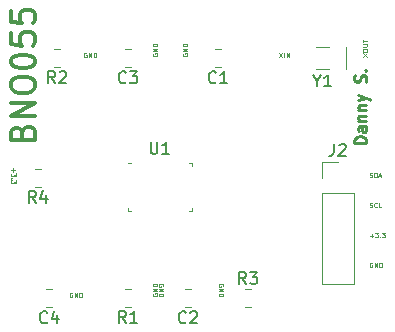
<source format=gbr>
%TF.GenerationSoftware,KiCad,Pcbnew,7.0.7*%
%TF.CreationDate,2023-10-19T21:28:01-04:00*%
%TF.ProjectId,BNO055,424e4f30-3535-42e6-9b69-6361645f7063,rev?*%
%TF.SameCoordinates,Original*%
%TF.FileFunction,Legend,Top*%
%TF.FilePolarity,Positive*%
%FSLAX46Y46*%
G04 Gerber Fmt 4.6, Leading zero omitted, Abs format (unit mm)*
G04 Created by KiCad (PCBNEW 7.0.7) date 2023-10-19 21:28:01*
%MOMM*%
%LPD*%
G01*
G04 APERTURE LIST*
%ADD10C,0.100000*%
%ADD11C,0.300000*%
%ADD12C,0.250000*%
%ADD13C,0.150000*%
%ADD14C,0.120000*%
G04 APERTURE END LIST*
D10*
X162105847Y-86237068D02*
X162505847Y-85970401D01*
X162105847Y-85970401D02*
X162505847Y-86237068D01*
X162105847Y-85741830D02*
X162105847Y-85665639D01*
X162105847Y-85665639D02*
X162124895Y-85627544D01*
X162124895Y-85627544D02*
X162162990Y-85589449D01*
X162162990Y-85589449D02*
X162239180Y-85570401D01*
X162239180Y-85570401D02*
X162372514Y-85570401D01*
X162372514Y-85570401D02*
X162448704Y-85589449D01*
X162448704Y-85589449D02*
X162486800Y-85627544D01*
X162486800Y-85627544D02*
X162505847Y-85665639D01*
X162505847Y-85665639D02*
X162505847Y-85741830D01*
X162505847Y-85741830D02*
X162486800Y-85779925D01*
X162486800Y-85779925D02*
X162448704Y-85818020D01*
X162448704Y-85818020D02*
X162372514Y-85837068D01*
X162372514Y-85837068D02*
X162239180Y-85837068D01*
X162239180Y-85837068D02*
X162162990Y-85818020D01*
X162162990Y-85818020D02*
X162124895Y-85779925D01*
X162124895Y-85779925D02*
X162105847Y-85741830D01*
X162105847Y-85398972D02*
X162429657Y-85398972D01*
X162429657Y-85398972D02*
X162467752Y-85379925D01*
X162467752Y-85379925D02*
X162486800Y-85360877D01*
X162486800Y-85360877D02*
X162505847Y-85322782D01*
X162505847Y-85322782D02*
X162505847Y-85246591D01*
X162505847Y-85246591D02*
X162486800Y-85208496D01*
X162486800Y-85208496D02*
X162467752Y-85189449D01*
X162467752Y-85189449D02*
X162429657Y-85170401D01*
X162429657Y-85170401D02*
X162105847Y-85170401D01*
X162105847Y-85037067D02*
X162105847Y-84808496D01*
X162505847Y-84922782D02*
X162105847Y-84922782D01*
X144344895Y-85989449D02*
X144325847Y-86027544D01*
X144325847Y-86027544D02*
X144325847Y-86084687D01*
X144325847Y-86084687D02*
X144344895Y-86141830D01*
X144344895Y-86141830D02*
X144382990Y-86179925D01*
X144382990Y-86179925D02*
X144421085Y-86198972D01*
X144421085Y-86198972D02*
X144497276Y-86218020D01*
X144497276Y-86218020D02*
X144554419Y-86218020D01*
X144554419Y-86218020D02*
X144630609Y-86198972D01*
X144630609Y-86198972D02*
X144668704Y-86179925D01*
X144668704Y-86179925D02*
X144706800Y-86141830D01*
X144706800Y-86141830D02*
X144725847Y-86084687D01*
X144725847Y-86084687D02*
X144725847Y-86046591D01*
X144725847Y-86046591D02*
X144706800Y-85989449D01*
X144706800Y-85989449D02*
X144687752Y-85970401D01*
X144687752Y-85970401D02*
X144554419Y-85970401D01*
X144554419Y-85970401D02*
X144554419Y-86046591D01*
X144725847Y-85798972D02*
X144325847Y-85798972D01*
X144325847Y-85798972D02*
X144725847Y-85570401D01*
X144725847Y-85570401D02*
X144325847Y-85570401D01*
X144725847Y-85379924D02*
X144325847Y-85379924D01*
X144325847Y-85379924D02*
X144325847Y-85284686D01*
X144325847Y-85284686D02*
X144344895Y-85227543D01*
X144344895Y-85227543D02*
X144382990Y-85189448D01*
X144382990Y-85189448D02*
X144421085Y-85170401D01*
X144421085Y-85170401D02*
X144497276Y-85151353D01*
X144497276Y-85151353D02*
X144554419Y-85151353D01*
X144554419Y-85151353D02*
X144630609Y-85170401D01*
X144630609Y-85170401D02*
X144668704Y-85189448D01*
X144668704Y-85189448D02*
X144706800Y-85227543D01*
X144706800Y-85227543D02*
X144725847Y-85284686D01*
X144725847Y-85284686D02*
X144725847Y-85379924D01*
X162930550Y-103704895D02*
X162892455Y-103685847D01*
X162892455Y-103685847D02*
X162835312Y-103685847D01*
X162835312Y-103685847D02*
X162778169Y-103704895D01*
X162778169Y-103704895D02*
X162740074Y-103742990D01*
X162740074Y-103742990D02*
X162721027Y-103781085D01*
X162721027Y-103781085D02*
X162701979Y-103857276D01*
X162701979Y-103857276D02*
X162701979Y-103914419D01*
X162701979Y-103914419D02*
X162721027Y-103990609D01*
X162721027Y-103990609D02*
X162740074Y-104028704D01*
X162740074Y-104028704D02*
X162778169Y-104066800D01*
X162778169Y-104066800D02*
X162835312Y-104085847D01*
X162835312Y-104085847D02*
X162873408Y-104085847D01*
X162873408Y-104085847D02*
X162930550Y-104066800D01*
X162930550Y-104066800D02*
X162949598Y-104047752D01*
X162949598Y-104047752D02*
X162949598Y-103914419D01*
X162949598Y-103914419D02*
X162873408Y-103914419D01*
X163121027Y-104085847D02*
X163121027Y-103685847D01*
X163121027Y-103685847D02*
X163349598Y-104085847D01*
X163349598Y-104085847D02*
X163349598Y-103685847D01*
X163540075Y-104085847D02*
X163540075Y-103685847D01*
X163540075Y-103685847D02*
X163635313Y-103685847D01*
X163635313Y-103685847D02*
X163692456Y-103704895D01*
X163692456Y-103704895D02*
X163730551Y-103742990D01*
X163730551Y-103742990D02*
X163749598Y-103781085D01*
X163749598Y-103781085D02*
X163768646Y-103857276D01*
X163768646Y-103857276D02*
X163768646Y-103914419D01*
X163768646Y-103914419D02*
X163749598Y-103990609D01*
X163749598Y-103990609D02*
X163730551Y-104028704D01*
X163730551Y-104028704D02*
X163692456Y-104066800D01*
X163692456Y-104066800D02*
X163635313Y-104085847D01*
X163635313Y-104085847D02*
X163540075Y-104085847D01*
X132506533Y-95681831D02*
X132506533Y-95986593D01*
X132354152Y-95834212D02*
X132658914Y-95834212D01*
X132754152Y-96138973D02*
X132754152Y-96386592D01*
X132754152Y-96386592D02*
X132601771Y-96253259D01*
X132601771Y-96253259D02*
X132601771Y-96310402D01*
X132601771Y-96310402D02*
X132582723Y-96348497D01*
X132582723Y-96348497D02*
X132563676Y-96367545D01*
X132563676Y-96367545D02*
X132525580Y-96386592D01*
X132525580Y-96386592D02*
X132430342Y-96386592D01*
X132430342Y-96386592D02*
X132392247Y-96367545D01*
X132392247Y-96367545D02*
X132373200Y-96348497D01*
X132373200Y-96348497D02*
X132354152Y-96310402D01*
X132354152Y-96310402D02*
X132354152Y-96196116D01*
X132354152Y-96196116D02*
X132373200Y-96158021D01*
X132373200Y-96158021D02*
X132392247Y-96138973D01*
X132392247Y-96558021D02*
X132373200Y-96577068D01*
X132373200Y-96577068D02*
X132354152Y-96558021D01*
X132354152Y-96558021D02*
X132373200Y-96538973D01*
X132373200Y-96538973D02*
X132392247Y-96558021D01*
X132392247Y-96558021D02*
X132354152Y-96558021D01*
X132754152Y-96710401D02*
X132754152Y-96958020D01*
X132754152Y-96958020D02*
X132601771Y-96824687D01*
X132601771Y-96824687D02*
X132601771Y-96881830D01*
X132601771Y-96881830D02*
X132582723Y-96919925D01*
X132582723Y-96919925D02*
X132563676Y-96938973D01*
X132563676Y-96938973D02*
X132525580Y-96958020D01*
X132525580Y-96958020D02*
X132430342Y-96958020D01*
X132430342Y-96958020D02*
X132392247Y-96938973D01*
X132392247Y-96938973D02*
X132373200Y-96919925D01*
X132373200Y-96919925D02*
X132354152Y-96881830D01*
X132354152Y-96881830D02*
X132354152Y-96767544D01*
X132354152Y-96767544D02*
X132373200Y-96729449D01*
X132373200Y-96729449D02*
X132392247Y-96710401D01*
X155062931Y-85905847D02*
X155329598Y-86305847D01*
X155329598Y-85905847D02*
X155062931Y-86305847D01*
X155481979Y-86305847D02*
X155481979Y-85905847D01*
X155672455Y-86305847D02*
X155672455Y-85905847D01*
X155672455Y-85905847D02*
X155901026Y-86305847D01*
X155901026Y-86305847D02*
X155901026Y-85905847D01*
X162721027Y-101393466D02*
X163025789Y-101393466D01*
X162873408Y-101545847D02*
X162873408Y-101241085D01*
X163178169Y-101145847D02*
X163425788Y-101145847D01*
X163425788Y-101145847D02*
X163292455Y-101298228D01*
X163292455Y-101298228D02*
X163349598Y-101298228D01*
X163349598Y-101298228D02*
X163387693Y-101317276D01*
X163387693Y-101317276D02*
X163406741Y-101336323D01*
X163406741Y-101336323D02*
X163425788Y-101374419D01*
X163425788Y-101374419D02*
X163425788Y-101469657D01*
X163425788Y-101469657D02*
X163406741Y-101507752D01*
X163406741Y-101507752D02*
X163387693Y-101526800D01*
X163387693Y-101526800D02*
X163349598Y-101545847D01*
X163349598Y-101545847D02*
X163235312Y-101545847D01*
X163235312Y-101545847D02*
X163197217Y-101526800D01*
X163197217Y-101526800D02*
X163178169Y-101507752D01*
X163597217Y-101507752D02*
X163616264Y-101526800D01*
X163616264Y-101526800D02*
X163597217Y-101545847D01*
X163597217Y-101545847D02*
X163578169Y-101526800D01*
X163578169Y-101526800D02*
X163597217Y-101507752D01*
X163597217Y-101507752D02*
X163597217Y-101545847D01*
X163749597Y-101145847D02*
X163997216Y-101145847D01*
X163997216Y-101145847D02*
X163863883Y-101298228D01*
X163863883Y-101298228D02*
X163921026Y-101298228D01*
X163921026Y-101298228D02*
X163959121Y-101317276D01*
X163959121Y-101317276D02*
X163978169Y-101336323D01*
X163978169Y-101336323D02*
X163997216Y-101374419D01*
X163997216Y-101374419D02*
X163997216Y-101469657D01*
X163997216Y-101469657D02*
X163978169Y-101507752D01*
X163978169Y-101507752D02*
X163959121Y-101526800D01*
X163959121Y-101526800D02*
X163921026Y-101545847D01*
X163921026Y-101545847D02*
X163806740Y-101545847D01*
X163806740Y-101545847D02*
X163768645Y-101526800D01*
X163768645Y-101526800D02*
X163749597Y-101507752D01*
D11*
X133312019Y-92639774D02*
X133407257Y-92354060D01*
X133407257Y-92354060D02*
X133502495Y-92258822D01*
X133502495Y-92258822D02*
X133692971Y-92163584D01*
X133692971Y-92163584D02*
X133978685Y-92163584D01*
X133978685Y-92163584D02*
X134169161Y-92258822D01*
X134169161Y-92258822D02*
X134264400Y-92354060D01*
X134264400Y-92354060D02*
X134359638Y-92544536D01*
X134359638Y-92544536D02*
X134359638Y-93306441D01*
X134359638Y-93306441D02*
X132359638Y-93306441D01*
X132359638Y-93306441D02*
X132359638Y-92639774D01*
X132359638Y-92639774D02*
X132454876Y-92449298D01*
X132454876Y-92449298D02*
X132550114Y-92354060D01*
X132550114Y-92354060D02*
X132740590Y-92258822D01*
X132740590Y-92258822D02*
X132931066Y-92258822D01*
X132931066Y-92258822D02*
X133121542Y-92354060D01*
X133121542Y-92354060D02*
X133216780Y-92449298D01*
X133216780Y-92449298D02*
X133312019Y-92639774D01*
X133312019Y-92639774D02*
X133312019Y-93306441D01*
X134359638Y-91306441D02*
X132359638Y-91306441D01*
X132359638Y-91306441D02*
X134359638Y-90163584D01*
X134359638Y-90163584D02*
X132359638Y-90163584D01*
X132359638Y-88830251D02*
X132359638Y-88449298D01*
X132359638Y-88449298D02*
X132454876Y-88258822D01*
X132454876Y-88258822D02*
X132645352Y-88068346D01*
X132645352Y-88068346D02*
X133026304Y-87973108D01*
X133026304Y-87973108D02*
X133692971Y-87973108D01*
X133692971Y-87973108D02*
X134073923Y-88068346D01*
X134073923Y-88068346D02*
X134264400Y-88258822D01*
X134264400Y-88258822D02*
X134359638Y-88449298D01*
X134359638Y-88449298D02*
X134359638Y-88830251D01*
X134359638Y-88830251D02*
X134264400Y-89020727D01*
X134264400Y-89020727D02*
X134073923Y-89211203D01*
X134073923Y-89211203D02*
X133692971Y-89306441D01*
X133692971Y-89306441D02*
X133026304Y-89306441D01*
X133026304Y-89306441D02*
X132645352Y-89211203D01*
X132645352Y-89211203D02*
X132454876Y-89020727D01*
X132454876Y-89020727D02*
X132359638Y-88830251D01*
X132359638Y-86735013D02*
X132359638Y-86544536D01*
X132359638Y-86544536D02*
X132454876Y-86354060D01*
X132454876Y-86354060D02*
X132550114Y-86258822D01*
X132550114Y-86258822D02*
X132740590Y-86163584D01*
X132740590Y-86163584D02*
X133121542Y-86068346D01*
X133121542Y-86068346D02*
X133597733Y-86068346D01*
X133597733Y-86068346D02*
X133978685Y-86163584D01*
X133978685Y-86163584D02*
X134169161Y-86258822D01*
X134169161Y-86258822D02*
X134264400Y-86354060D01*
X134264400Y-86354060D02*
X134359638Y-86544536D01*
X134359638Y-86544536D02*
X134359638Y-86735013D01*
X134359638Y-86735013D02*
X134264400Y-86925489D01*
X134264400Y-86925489D02*
X134169161Y-87020727D01*
X134169161Y-87020727D02*
X133978685Y-87115965D01*
X133978685Y-87115965D02*
X133597733Y-87211203D01*
X133597733Y-87211203D02*
X133121542Y-87211203D01*
X133121542Y-87211203D02*
X132740590Y-87115965D01*
X132740590Y-87115965D02*
X132550114Y-87020727D01*
X132550114Y-87020727D02*
X132454876Y-86925489D01*
X132454876Y-86925489D02*
X132359638Y-86735013D01*
X132359638Y-84258822D02*
X132359638Y-85211203D01*
X132359638Y-85211203D02*
X133312019Y-85306441D01*
X133312019Y-85306441D02*
X133216780Y-85211203D01*
X133216780Y-85211203D02*
X133121542Y-85020727D01*
X133121542Y-85020727D02*
X133121542Y-84544536D01*
X133121542Y-84544536D02*
X133216780Y-84354060D01*
X133216780Y-84354060D02*
X133312019Y-84258822D01*
X133312019Y-84258822D02*
X133502495Y-84163584D01*
X133502495Y-84163584D02*
X133978685Y-84163584D01*
X133978685Y-84163584D02*
X134169161Y-84258822D01*
X134169161Y-84258822D02*
X134264400Y-84354060D01*
X134264400Y-84354060D02*
X134359638Y-84544536D01*
X134359638Y-84544536D02*
X134359638Y-85020727D01*
X134359638Y-85020727D02*
X134264400Y-85211203D01*
X134264400Y-85211203D02*
X134169161Y-85306441D01*
X132359638Y-82354060D02*
X132359638Y-83306441D01*
X132359638Y-83306441D02*
X133312019Y-83401679D01*
X133312019Y-83401679D02*
X133216780Y-83306441D01*
X133216780Y-83306441D02*
X133121542Y-83115965D01*
X133121542Y-83115965D02*
X133121542Y-82639774D01*
X133121542Y-82639774D02*
X133216780Y-82449298D01*
X133216780Y-82449298D02*
X133312019Y-82354060D01*
X133312019Y-82354060D02*
X133502495Y-82258822D01*
X133502495Y-82258822D02*
X133978685Y-82258822D01*
X133978685Y-82258822D02*
X134169161Y-82354060D01*
X134169161Y-82354060D02*
X134264400Y-82449298D01*
X134264400Y-82449298D02*
X134359638Y-82639774D01*
X134359638Y-82639774D02*
X134359638Y-83115965D01*
X134359638Y-83115965D02*
X134264400Y-83306441D01*
X134264400Y-83306441D02*
X134169161Y-83401679D01*
D10*
X150295104Y-105699924D02*
X150314152Y-105661829D01*
X150314152Y-105661829D02*
X150314152Y-105604686D01*
X150314152Y-105604686D02*
X150295104Y-105547543D01*
X150295104Y-105547543D02*
X150257009Y-105509448D01*
X150257009Y-105509448D02*
X150218914Y-105490401D01*
X150218914Y-105490401D02*
X150142723Y-105471353D01*
X150142723Y-105471353D02*
X150085580Y-105471353D01*
X150085580Y-105471353D02*
X150009390Y-105490401D01*
X150009390Y-105490401D02*
X149971295Y-105509448D01*
X149971295Y-105509448D02*
X149933200Y-105547543D01*
X149933200Y-105547543D02*
X149914152Y-105604686D01*
X149914152Y-105604686D02*
X149914152Y-105642782D01*
X149914152Y-105642782D02*
X149933200Y-105699924D01*
X149933200Y-105699924D02*
X149952247Y-105718972D01*
X149952247Y-105718972D02*
X150085580Y-105718972D01*
X150085580Y-105718972D02*
X150085580Y-105642782D01*
X149914152Y-105890401D02*
X150314152Y-105890401D01*
X150314152Y-105890401D02*
X149914152Y-106118972D01*
X149914152Y-106118972D02*
X150314152Y-106118972D01*
X149914152Y-106309449D02*
X150314152Y-106309449D01*
X150314152Y-106309449D02*
X150314152Y-106404687D01*
X150314152Y-106404687D02*
X150295104Y-106461830D01*
X150295104Y-106461830D02*
X150257009Y-106499925D01*
X150257009Y-106499925D02*
X150218914Y-106518972D01*
X150218914Y-106518972D02*
X150142723Y-106538020D01*
X150142723Y-106538020D02*
X150085580Y-106538020D01*
X150085580Y-106538020D02*
X150009390Y-106518972D01*
X150009390Y-106518972D02*
X149971295Y-106499925D01*
X149971295Y-106499925D02*
X149933200Y-106461830D01*
X149933200Y-106461830D02*
X149914152Y-106404687D01*
X149914152Y-106404687D02*
X149914152Y-106309449D01*
X162701979Y-98986800D02*
X162759122Y-99005847D01*
X162759122Y-99005847D02*
X162854360Y-99005847D01*
X162854360Y-99005847D02*
X162892455Y-98986800D01*
X162892455Y-98986800D02*
X162911503Y-98967752D01*
X162911503Y-98967752D02*
X162930550Y-98929657D01*
X162930550Y-98929657D02*
X162930550Y-98891561D01*
X162930550Y-98891561D02*
X162911503Y-98853466D01*
X162911503Y-98853466D02*
X162892455Y-98834419D01*
X162892455Y-98834419D02*
X162854360Y-98815371D01*
X162854360Y-98815371D02*
X162778169Y-98796323D01*
X162778169Y-98796323D02*
X162740074Y-98777276D01*
X162740074Y-98777276D02*
X162721027Y-98758228D01*
X162721027Y-98758228D02*
X162701979Y-98720133D01*
X162701979Y-98720133D02*
X162701979Y-98682038D01*
X162701979Y-98682038D02*
X162721027Y-98643942D01*
X162721027Y-98643942D02*
X162740074Y-98624895D01*
X162740074Y-98624895D02*
X162778169Y-98605847D01*
X162778169Y-98605847D02*
X162873408Y-98605847D01*
X162873408Y-98605847D02*
X162930550Y-98624895D01*
X163330550Y-98967752D02*
X163311502Y-98986800D01*
X163311502Y-98986800D02*
X163254360Y-99005847D01*
X163254360Y-99005847D02*
X163216264Y-99005847D01*
X163216264Y-99005847D02*
X163159121Y-98986800D01*
X163159121Y-98986800D02*
X163121026Y-98948704D01*
X163121026Y-98948704D02*
X163101979Y-98910609D01*
X163101979Y-98910609D02*
X163082931Y-98834419D01*
X163082931Y-98834419D02*
X163082931Y-98777276D01*
X163082931Y-98777276D02*
X163101979Y-98701085D01*
X163101979Y-98701085D02*
X163121026Y-98662990D01*
X163121026Y-98662990D02*
X163159121Y-98624895D01*
X163159121Y-98624895D02*
X163216264Y-98605847D01*
X163216264Y-98605847D02*
X163254360Y-98605847D01*
X163254360Y-98605847D02*
X163311502Y-98624895D01*
X163311502Y-98624895D02*
X163330550Y-98643942D01*
X163692455Y-99005847D02*
X163501979Y-99005847D01*
X163501979Y-99005847D02*
X163501979Y-98605847D01*
X138719924Y-85924895D02*
X138681829Y-85905847D01*
X138681829Y-85905847D02*
X138624686Y-85905847D01*
X138624686Y-85905847D02*
X138567543Y-85924895D01*
X138567543Y-85924895D02*
X138529448Y-85962990D01*
X138529448Y-85962990D02*
X138510401Y-86001085D01*
X138510401Y-86001085D02*
X138491353Y-86077276D01*
X138491353Y-86077276D02*
X138491353Y-86134419D01*
X138491353Y-86134419D02*
X138510401Y-86210609D01*
X138510401Y-86210609D02*
X138529448Y-86248704D01*
X138529448Y-86248704D02*
X138567543Y-86286800D01*
X138567543Y-86286800D02*
X138624686Y-86305847D01*
X138624686Y-86305847D02*
X138662782Y-86305847D01*
X138662782Y-86305847D02*
X138719924Y-86286800D01*
X138719924Y-86286800D02*
X138738972Y-86267752D01*
X138738972Y-86267752D02*
X138738972Y-86134419D01*
X138738972Y-86134419D02*
X138662782Y-86134419D01*
X138910401Y-86305847D02*
X138910401Y-85905847D01*
X138910401Y-85905847D02*
X139138972Y-86305847D01*
X139138972Y-86305847D02*
X139138972Y-85905847D01*
X139329449Y-86305847D02*
X139329449Y-85905847D01*
X139329449Y-85905847D02*
X139424687Y-85905847D01*
X139424687Y-85905847D02*
X139481830Y-85924895D01*
X139481830Y-85924895D02*
X139519925Y-85962990D01*
X139519925Y-85962990D02*
X139538972Y-86001085D01*
X139538972Y-86001085D02*
X139558020Y-86077276D01*
X139558020Y-86077276D02*
X139558020Y-86134419D01*
X139558020Y-86134419D02*
X139538972Y-86210609D01*
X139538972Y-86210609D02*
X139519925Y-86248704D01*
X139519925Y-86248704D02*
X139481830Y-86286800D01*
X139481830Y-86286800D02*
X139424687Y-86305847D01*
X139424687Y-86305847D02*
X139329449Y-86305847D01*
X137530550Y-106244895D02*
X137492455Y-106225847D01*
X137492455Y-106225847D02*
X137435312Y-106225847D01*
X137435312Y-106225847D02*
X137378169Y-106244895D01*
X137378169Y-106244895D02*
X137340074Y-106282990D01*
X137340074Y-106282990D02*
X137321027Y-106321085D01*
X137321027Y-106321085D02*
X137301979Y-106397276D01*
X137301979Y-106397276D02*
X137301979Y-106454419D01*
X137301979Y-106454419D02*
X137321027Y-106530609D01*
X137321027Y-106530609D02*
X137340074Y-106568704D01*
X137340074Y-106568704D02*
X137378169Y-106606800D01*
X137378169Y-106606800D02*
X137435312Y-106625847D01*
X137435312Y-106625847D02*
X137473408Y-106625847D01*
X137473408Y-106625847D02*
X137530550Y-106606800D01*
X137530550Y-106606800D02*
X137549598Y-106587752D01*
X137549598Y-106587752D02*
X137549598Y-106454419D01*
X137549598Y-106454419D02*
X137473408Y-106454419D01*
X137721027Y-106625847D02*
X137721027Y-106225847D01*
X137721027Y-106225847D02*
X137949598Y-106625847D01*
X137949598Y-106625847D02*
X137949598Y-106225847D01*
X138140075Y-106625847D02*
X138140075Y-106225847D01*
X138140075Y-106225847D02*
X138235313Y-106225847D01*
X138235313Y-106225847D02*
X138292456Y-106244895D01*
X138292456Y-106244895D02*
X138330551Y-106282990D01*
X138330551Y-106282990D02*
X138349598Y-106321085D01*
X138349598Y-106321085D02*
X138368646Y-106397276D01*
X138368646Y-106397276D02*
X138368646Y-106454419D01*
X138368646Y-106454419D02*
X138349598Y-106530609D01*
X138349598Y-106530609D02*
X138330551Y-106568704D01*
X138330551Y-106568704D02*
X138292456Y-106606800D01*
X138292456Y-106606800D02*
X138235313Y-106625847D01*
X138235313Y-106625847D02*
X138140075Y-106625847D01*
X162701979Y-96446800D02*
X162759122Y-96465847D01*
X162759122Y-96465847D02*
X162854360Y-96465847D01*
X162854360Y-96465847D02*
X162892455Y-96446800D01*
X162892455Y-96446800D02*
X162911503Y-96427752D01*
X162911503Y-96427752D02*
X162930550Y-96389657D01*
X162930550Y-96389657D02*
X162930550Y-96351561D01*
X162930550Y-96351561D02*
X162911503Y-96313466D01*
X162911503Y-96313466D02*
X162892455Y-96294419D01*
X162892455Y-96294419D02*
X162854360Y-96275371D01*
X162854360Y-96275371D02*
X162778169Y-96256323D01*
X162778169Y-96256323D02*
X162740074Y-96237276D01*
X162740074Y-96237276D02*
X162721027Y-96218228D01*
X162721027Y-96218228D02*
X162701979Y-96180133D01*
X162701979Y-96180133D02*
X162701979Y-96142038D01*
X162701979Y-96142038D02*
X162721027Y-96103942D01*
X162721027Y-96103942D02*
X162740074Y-96084895D01*
X162740074Y-96084895D02*
X162778169Y-96065847D01*
X162778169Y-96065847D02*
X162873408Y-96065847D01*
X162873408Y-96065847D02*
X162930550Y-96084895D01*
X163101979Y-96465847D02*
X163101979Y-96065847D01*
X163101979Y-96065847D02*
X163197217Y-96065847D01*
X163197217Y-96065847D02*
X163254360Y-96084895D01*
X163254360Y-96084895D02*
X163292455Y-96122990D01*
X163292455Y-96122990D02*
X163311502Y-96161085D01*
X163311502Y-96161085D02*
X163330550Y-96237276D01*
X163330550Y-96237276D02*
X163330550Y-96294419D01*
X163330550Y-96294419D02*
X163311502Y-96370609D01*
X163311502Y-96370609D02*
X163292455Y-96408704D01*
X163292455Y-96408704D02*
X163254360Y-96446800D01*
X163254360Y-96446800D02*
X163197217Y-96465847D01*
X163197217Y-96465847D02*
X163101979Y-96465847D01*
X163482931Y-96351561D02*
X163673407Y-96351561D01*
X163444836Y-96465847D02*
X163578169Y-96065847D01*
X163578169Y-96065847D02*
X163711502Y-96465847D01*
X144344895Y-106309449D02*
X144325847Y-106347544D01*
X144325847Y-106347544D02*
X144325847Y-106404687D01*
X144325847Y-106404687D02*
X144344895Y-106461830D01*
X144344895Y-106461830D02*
X144382990Y-106499925D01*
X144382990Y-106499925D02*
X144421085Y-106518972D01*
X144421085Y-106518972D02*
X144497276Y-106538020D01*
X144497276Y-106538020D02*
X144554419Y-106538020D01*
X144554419Y-106538020D02*
X144630609Y-106518972D01*
X144630609Y-106518972D02*
X144668704Y-106499925D01*
X144668704Y-106499925D02*
X144706800Y-106461830D01*
X144706800Y-106461830D02*
X144725847Y-106404687D01*
X144725847Y-106404687D02*
X144725847Y-106366591D01*
X144725847Y-106366591D02*
X144706800Y-106309449D01*
X144706800Y-106309449D02*
X144687752Y-106290401D01*
X144687752Y-106290401D02*
X144554419Y-106290401D01*
X144554419Y-106290401D02*
X144554419Y-106366591D01*
X144725847Y-106118972D02*
X144325847Y-106118972D01*
X144325847Y-106118972D02*
X144725847Y-105890401D01*
X144725847Y-105890401D02*
X144325847Y-105890401D01*
X144725847Y-105699924D02*
X144325847Y-105699924D01*
X144325847Y-105699924D02*
X144325847Y-105604686D01*
X144325847Y-105604686D02*
X144344895Y-105547543D01*
X144344895Y-105547543D02*
X144382990Y-105509448D01*
X144382990Y-105509448D02*
X144421085Y-105490401D01*
X144421085Y-105490401D02*
X144497276Y-105471353D01*
X144497276Y-105471353D02*
X144554419Y-105471353D01*
X144554419Y-105471353D02*
X144630609Y-105490401D01*
X144630609Y-105490401D02*
X144668704Y-105509448D01*
X144668704Y-105509448D02*
X144706800Y-105547543D01*
X144706800Y-105547543D02*
X144725847Y-105604686D01*
X144725847Y-105604686D02*
X144725847Y-105699924D01*
X145215104Y-105699924D02*
X145234152Y-105661829D01*
X145234152Y-105661829D02*
X145234152Y-105604686D01*
X145234152Y-105604686D02*
X145215104Y-105547543D01*
X145215104Y-105547543D02*
X145177009Y-105509448D01*
X145177009Y-105509448D02*
X145138914Y-105490401D01*
X145138914Y-105490401D02*
X145062723Y-105471353D01*
X145062723Y-105471353D02*
X145005580Y-105471353D01*
X145005580Y-105471353D02*
X144929390Y-105490401D01*
X144929390Y-105490401D02*
X144891295Y-105509448D01*
X144891295Y-105509448D02*
X144853200Y-105547543D01*
X144853200Y-105547543D02*
X144834152Y-105604686D01*
X144834152Y-105604686D02*
X144834152Y-105642782D01*
X144834152Y-105642782D02*
X144853200Y-105699924D01*
X144853200Y-105699924D02*
X144872247Y-105718972D01*
X144872247Y-105718972D02*
X145005580Y-105718972D01*
X145005580Y-105718972D02*
X145005580Y-105642782D01*
X144834152Y-105890401D02*
X145234152Y-105890401D01*
X145234152Y-105890401D02*
X144834152Y-106118972D01*
X144834152Y-106118972D02*
X145234152Y-106118972D01*
X144834152Y-106309449D02*
X145234152Y-106309449D01*
X145234152Y-106309449D02*
X145234152Y-106404687D01*
X145234152Y-106404687D02*
X145215104Y-106461830D01*
X145215104Y-106461830D02*
X145177009Y-106499925D01*
X145177009Y-106499925D02*
X145138914Y-106518972D01*
X145138914Y-106518972D02*
X145062723Y-106538020D01*
X145062723Y-106538020D02*
X145005580Y-106538020D01*
X145005580Y-106538020D02*
X144929390Y-106518972D01*
X144929390Y-106518972D02*
X144891295Y-106499925D01*
X144891295Y-106499925D02*
X144853200Y-106461830D01*
X144853200Y-106461830D02*
X144834152Y-106404687D01*
X144834152Y-106404687D02*
X144834152Y-106309449D01*
D12*
X162424619Y-93577431D02*
X161424619Y-93577431D01*
X161424619Y-93577431D02*
X161424619Y-93339336D01*
X161424619Y-93339336D02*
X161472238Y-93196479D01*
X161472238Y-93196479D02*
X161567476Y-93101241D01*
X161567476Y-93101241D02*
X161662714Y-93053622D01*
X161662714Y-93053622D02*
X161853190Y-93006003D01*
X161853190Y-93006003D02*
X161996047Y-93006003D01*
X161996047Y-93006003D02*
X162186523Y-93053622D01*
X162186523Y-93053622D02*
X162281761Y-93101241D01*
X162281761Y-93101241D02*
X162377000Y-93196479D01*
X162377000Y-93196479D02*
X162424619Y-93339336D01*
X162424619Y-93339336D02*
X162424619Y-93577431D01*
X162424619Y-92148860D02*
X161900809Y-92148860D01*
X161900809Y-92148860D02*
X161805571Y-92196479D01*
X161805571Y-92196479D02*
X161757952Y-92291717D01*
X161757952Y-92291717D02*
X161757952Y-92482193D01*
X161757952Y-92482193D02*
X161805571Y-92577431D01*
X162377000Y-92148860D02*
X162424619Y-92244098D01*
X162424619Y-92244098D02*
X162424619Y-92482193D01*
X162424619Y-92482193D02*
X162377000Y-92577431D01*
X162377000Y-92577431D02*
X162281761Y-92625050D01*
X162281761Y-92625050D02*
X162186523Y-92625050D01*
X162186523Y-92625050D02*
X162091285Y-92577431D01*
X162091285Y-92577431D02*
X162043666Y-92482193D01*
X162043666Y-92482193D02*
X162043666Y-92244098D01*
X162043666Y-92244098D02*
X161996047Y-92148860D01*
X161757952Y-91672669D02*
X162424619Y-91672669D01*
X161853190Y-91672669D02*
X161805571Y-91625050D01*
X161805571Y-91625050D02*
X161757952Y-91529812D01*
X161757952Y-91529812D02*
X161757952Y-91386955D01*
X161757952Y-91386955D02*
X161805571Y-91291717D01*
X161805571Y-91291717D02*
X161900809Y-91244098D01*
X161900809Y-91244098D02*
X162424619Y-91244098D01*
X161757952Y-90767907D02*
X162424619Y-90767907D01*
X161853190Y-90767907D02*
X161805571Y-90720288D01*
X161805571Y-90720288D02*
X161757952Y-90625050D01*
X161757952Y-90625050D02*
X161757952Y-90482193D01*
X161757952Y-90482193D02*
X161805571Y-90386955D01*
X161805571Y-90386955D02*
X161900809Y-90339336D01*
X161900809Y-90339336D02*
X162424619Y-90339336D01*
X161757952Y-89958383D02*
X162424619Y-89720288D01*
X161757952Y-89482193D02*
X162424619Y-89720288D01*
X162424619Y-89720288D02*
X162662714Y-89815526D01*
X162662714Y-89815526D02*
X162710333Y-89863145D01*
X162710333Y-89863145D02*
X162757952Y-89958383D01*
X162377000Y-88386954D02*
X162424619Y-88244097D01*
X162424619Y-88244097D02*
X162424619Y-88006002D01*
X162424619Y-88006002D02*
X162377000Y-87910764D01*
X162377000Y-87910764D02*
X162329380Y-87863145D01*
X162329380Y-87863145D02*
X162234142Y-87815526D01*
X162234142Y-87815526D02*
X162138904Y-87815526D01*
X162138904Y-87815526D02*
X162043666Y-87863145D01*
X162043666Y-87863145D02*
X161996047Y-87910764D01*
X161996047Y-87910764D02*
X161948428Y-88006002D01*
X161948428Y-88006002D02*
X161900809Y-88196478D01*
X161900809Y-88196478D02*
X161853190Y-88291716D01*
X161853190Y-88291716D02*
X161805571Y-88339335D01*
X161805571Y-88339335D02*
X161710333Y-88386954D01*
X161710333Y-88386954D02*
X161615095Y-88386954D01*
X161615095Y-88386954D02*
X161519857Y-88339335D01*
X161519857Y-88339335D02*
X161472238Y-88291716D01*
X161472238Y-88291716D02*
X161424619Y-88196478D01*
X161424619Y-88196478D02*
X161424619Y-87958383D01*
X161424619Y-87958383D02*
X161472238Y-87815526D01*
X162329380Y-87386954D02*
X162377000Y-87339335D01*
X162377000Y-87339335D02*
X162424619Y-87386954D01*
X162424619Y-87386954D02*
X162377000Y-87434573D01*
X162377000Y-87434573D02*
X162329380Y-87386954D01*
X162329380Y-87386954D02*
X162424619Y-87386954D01*
D10*
X146884895Y-85989449D02*
X146865847Y-86027544D01*
X146865847Y-86027544D02*
X146865847Y-86084687D01*
X146865847Y-86084687D02*
X146884895Y-86141830D01*
X146884895Y-86141830D02*
X146922990Y-86179925D01*
X146922990Y-86179925D02*
X146961085Y-86198972D01*
X146961085Y-86198972D02*
X147037276Y-86218020D01*
X147037276Y-86218020D02*
X147094419Y-86218020D01*
X147094419Y-86218020D02*
X147170609Y-86198972D01*
X147170609Y-86198972D02*
X147208704Y-86179925D01*
X147208704Y-86179925D02*
X147246800Y-86141830D01*
X147246800Y-86141830D02*
X147265847Y-86084687D01*
X147265847Y-86084687D02*
X147265847Y-86046591D01*
X147265847Y-86046591D02*
X147246800Y-85989449D01*
X147246800Y-85989449D02*
X147227752Y-85970401D01*
X147227752Y-85970401D02*
X147094419Y-85970401D01*
X147094419Y-85970401D02*
X147094419Y-86046591D01*
X147265847Y-85798972D02*
X146865847Y-85798972D01*
X146865847Y-85798972D02*
X147265847Y-85570401D01*
X147265847Y-85570401D02*
X146865847Y-85570401D01*
X147265847Y-85379924D02*
X146865847Y-85379924D01*
X146865847Y-85379924D02*
X146865847Y-85284686D01*
X146865847Y-85284686D02*
X146884895Y-85227543D01*
X146884895Y-85227543D02*
X146922990Y-85189448D01*
X146922990Y-85189448D02*
X146961085Y-85170401D01*
X146961085Y-85170401D02*
X147037276Y-85151353D01*
X147037276Y-85151353D02*
X147094419Y-85151353D01*
X147094419Y-85151353D02*
X147170609Y-85170401D01*
X147170609Y-85170401D02*
X147208704Y-85189448D01*
X147208704Y-85189448D02*
X147246800Y-85227543D01*
X147246800Y-85227543D02*
X147265847Y-85284686D01*
X147265847Y-85284686D02*
X147265847Y-85379924D01*
D13*
X142073333Y-88399580D02*
X142025714Y-88447200D01*
X142025714Y-88447200D02*
X141882857Y-88494819D01*
X141882857Y-88494819D02*
X141787619Y-88494819D01*
X141787619Y-88494819D02*
X141644762Y-88447200D01*
X141644762Y-88447200D02*
X141549524Y-88351961D01*
X141549524Y-88351961D02*
X141501905Y-88256723D01*
X141501905Y-88256723D02*
X141454286Y-88066247D01*
X141454286Y-88066247D02*
X141454286Y-87923390D01*
X141454286Y-87923390D02*
X141501905Y-87732914D01*
X141501905Y-87732914D02*
X141549524Y-87637676D01*
X141549524Y-87637676D02*
X141644762Y-87542438D01*
X141644762Y-87542438D02*
X141787619Y-87494819D01*
X141787619Y-87494819D02*
X141882857Y-87494819D01*
X141882857Y-87494819D02*
X142025714Y-87542438D01*
X142025714Y-87542438D02*
X142073333Y-87590057D01*
X142406667Y-87494819D02*
X143025714Y-87494819D01*
X143025714Y-87494819D02*
X142692381Y-87875771D01*
X142692381Y-87875771D02*
X142835238Y-87875771D01*
X142835238Y-87875771D02*
X142930476Y-87923390D01*
X142930476Y-87923390D02*
X142978095Y-87971009D01*
X142978095Y-87971009D02*
X143025714Y-88066247D01*
X143025714Y-88066247D02*
X143025714Y-88304342D01*
X143025714Y-88304342D02*
X142978095Y-88399580D01*
X142978095Y-88399580D02*
X142930476Y-88447200D01*
X142930476Y-88447200D02*
X142835238Y-88494819D01*
X142835238Y-88494819D02*
X142549524Y-88494819D01*
X142549524Y-88494819D02*
X142454286Y-88447200D01*
X142454286Y-88447200D02*
X142406667Y-88399580D01*
X134453333Y-98624819D02*
X134120000Y-98148628D01*
X133881905Y-98624819D02*
X133881905Y-97624819D01*
X133881905Y-97624819D02*
X134262857Y-97624819D01*
X134262857Y-97624819D02*
X134358095Y-97672438D01*
X134358095Y-97672438D02*
X134405714Y-97720057D01*
X134405714Y-97720057D02*
X134453333Y-97815295D01*
X134453333Y-97815295D02*
X134453333Y-97958152D01*
X134453333Y-97958152D02*
X134405714Y-98053390D01*
X134405714Y-98053390D02*
X134358095Y-98101009D01*
X134358095Y-98101009D02*
X134262857Y-98148628D01*
X134262857Y-98148628D02*
X133881905Y-98148628D01*
X135310476Y-97958152D02*
X135310476Y-98624819D01*
X135072381Y-97577200D02*
X134834286Y-98291485D01*
X134834286Y-98291485D02*
X135453333Y-98291485D01*
X136080833Y-88464819D02*
X135747500Y-87988628D01*
X135509405Y-88464819D02*
X135509405Y-87464819D01*
X135509405Y-87464819D02*
X135890357Y-87464819D01*
X135890357Y-87464819D02*
X135985595Y-87512438D01*
X135985595Y-87512438D02*
X136033214Y-87560057D01*
X136033214Y-87560057D02*
X136080833Y-87655295D01*
X136080833Y-87655295D02*
X136080833Y-87798152D01*
X136080833Y-87798152D02*
X136033214Y-87893390D01*
X136033214Y-87893390D02*
X135985595Y-87941009D01*
X135985595Y-87941009D02*
X135890357Y-87988628D01*
X135890357Y-87988628D02*
X135509405Y-87988628D01*
X136461786Y-87560057D02*
X136509405Y-87512438D01*
X136509405Y-87512438D02*
X136604643Y-87464819D01*
X136604643Y-87464819D02*
X136842738Y-87464819D01*
X136842738Y-87464819D02*
X136937976Y-87512438D01*
X136937976Y-87512438D02*
X136985595Y-87560057D01*
X136985595Y-87560057D02*
X137033214Y-87655295D01*
X137033214Y-87655295D02*
X137033214Y-87750533D01*
X137033214Y-87750533D02*
X136985595Y-87893390D01*
X136985595Y-87893390D02*
X136414167Y-88464819D01*
X136414167Y-88464819D02*
X137033214Y-88464819D01*
X152233333Y-105484819D02*
X151900000Y-105008628D01*
X151661905Y-105484819D02*
X151661905Y-104484819D01*
X151661905Y-104484819D02*
X152042857Y-104484819D01*
X152042857Y-104484819D02*
X152138095Y-104532438D01*
X152138095Y-104532438D02*
X152185714Y-104580057D01*
X152185714Y-104580057D02*
X152233333Y-104675295D01*
X152233333Y-104675295D02*
X152233333Y-104818152D01*
X152233333Y-104818152D02*
X152185714Y-104913390D01*
X152185714Y-104913390D02*
X152138095Y-104961009D01*
X152138095Y-104961009D02*
X152042857Y-105008628D01*
X152042857Y-105008628D02*
X151661905Y-105008628D01*
X152566667Y-104484819D02*
X153185714Y-104484819D01*
X153185714Y-104484819D02*
X152852381Y-104865771D01*
X152852381Y-104865771D02*
X152995238Y-104865771D01*
X152995238Y-104865771D02*
X153090476Y-104913390D01*
X153090476Y-104913390D02*
X153138095Y-104961009D01*
X153138095Y-104961009D02*
X153185714Y-105056247D01*
X153185714Y-105056247D02*
X153185714Y-105294342D01*
X153185714Y-105294342D02*
X153138095Y-105389580D01*
X153138095Y-105389580D02*
X153090476Y-105437200D01*
X153090476Y-105437200D02*
X152995238Y-105484819D01*
X152995238Y-105484819D02*
X152709524Y-105484819D01*
X152709524Y-105484819D02*
X152614286Y-105437200D01*
X152614286Y-105437200D02*
X152566667Y-105389580D01*
X158253809Y-88288628D02*
X158253809Y-88764819D01*
X157920476Y-87764819D02*
X158253809Y-88288628D01*
X158253809Y-88288628D02*
X158587142Y-87764819D01*
X159444285Y-88764819D02*
X158872857Y-88764819D01*
X159158571Y-88764819D02*
X159158571Y-87764819D01*
X159158571Y-87764819D02*
X159063333Y-87907676D01*
X159063333Y-87907676D02*
X158968095Y-88002914D01*
X158968095Y-88002914D02*
X158872857Y-88050533D01*
X135403333Y-108719580D02*
X135355714Y-108767200D01*
X135355714Y-108767200D02*
X135212857Y-108814819D01*
X135212857Y-108814819D02*
X135117619Y-108814819D01*
X135117619Y-108814819D02*
X134974762Y-108767200D01*
X134974762Y-108767200D02*
X134879524Y-108671961D01*
X134879524Y-108671961D02*
X134831905Y-108576723D01*
X134831905Y-108576723D02*
X134784286Y-108386247D01*
X134784286Y-108386247D02*
X134784286Y-108243390D01*
X134784286Y-108243390D02*
X134831905Y-108052914D01*
X134831905Y-108052914D02*
X134879524Y-107957676D01*
X134879524Y-107957676D02*
X134974762Y-107862438D01*
X134974762Y-107862438D02*
X135117619Y-107814819D01*
X135117619Y-107814819D02*
X135212857Y-107814819D01*
X135212857Y-107814819D02*
X135355714Y-107862438D01*
X135355714Y-107862438D02*
X135403333Y-107910057D01*
X136260476Y-108148152D02*
X136260476Y-108814819D01*
X136022381Y-107767200D02*
X135784286Y-108481485D01*
X135784286Y-108481485D02*
X136403333Y-108481485D01*
X147153333Y-108719580D02*
X147105714Y-108767200D01*
X147105714Y-108767200D02*
X146962857Y-108814819D01*
X146962857Y-108814819D02*
X146867619Y-108814819D01*
X146867619Y-108814819D02*
X146724762Y-108767200D01*
X146724762Y-108767200D02*
X146629524Y-108671961D01*
X146629524Y-108671961D02*
X146581905Y-108576723D01*
X146581905Y-108576723D02*
X146534286Y-108386247D01*
X146534286Y-108386247D02*
X146534286Y-108243390D01*
X146534286Y-108243390D02*
X146581905Y-108052914D01*
X146581905Y-108052914D02*
X146629524Y-107957676D01*
X146629524Y-107957676D02*
X146724762Y-107862438D01*
X146724762Y-107862438D02*
X146867619Y-107814819D01*
X146867619Y-107814819D02*
X146962857Y-107814819D01*
X146962857Y-107814819D02*
X147105714Y-107862438D01*
X147105714Y-107862438D02*
X147153333Y-107910057D01*
X147534286Y-107910057D02*
X147581905Y-107862438D01*
X147581905Y-107862438D02*
X147677143Y-107814819D01*
X147677143Y-107814819D02*
X147915238Y-107814819D01*
X147915238Y-107814819D02*
X148010476Y-107862438D01*
X148010476Y-107862438D02*
X148058095Y-107910057D01*
X148058095Y-107910057D02*
X148105714Y-108005295D01*
X148105714Y-108005295D02*
X148105714Y-108100533D01*
X148105714Y-108100533D02*
X148058095Y-108243390D01*
X148058095Y-108243390D02*
X147486667Y-108814819D01*
X147486667Y-108814819D02*
X148105714Y-108814819D01*
X149693333Y-88399580D02*
X149645714Y-88447200D01*
X149645714Y-88447200D02*
X149502857Y-88494819D01*
X149502857Y-88494819D02*
X149407619Y-88494819D01*
X149407619Y-88494819D02*
X149264762Y-88447200D01*
X149264762Y-88447200D02*
X149169524Y-88351961D01*
X149169524Y-88351961D02*
X149121905Y-88256723D01*
X149121905Y-88256723D02*
X149074286Y-88066247D01*
X149074286Y-88066247D02*
X149074286Y-87923390D01*
X149074286Y-87923390D02*
X149121905Y-87732914D01*
X149121905Y-87732914D02*
X149169524Y-87637676D01*
X149169524Y-87637676D02*
X149264762Y-87542438D01*
X149264762Y-87542438D02*
X149407619Y-87494819D01*
X149407619Y-87494819D02*
X149502857Y-87494819D01*
X149502857Y-87494819D02*
X149645714Y-87542438D01*
X149645714Y-87542438D02*
X149693333Y-87590057D01*
X150645714Y-88494819D02*
X150074286Y-88494819D01*
X150360000Y-88494819D02*
X150360000Y-87494819D01*
X150360000Y-87494819D02*
X150264762Y-87637676D01*
X150264762Y-87637676D02*
X150169524Y-87732914D01*
X150169524Y-87732914D02*
X150074286Y-87780533D01*
X144170595Y-93474819D02*
X144170595Y-94284342D01*
X144170595Y-94284342D02*
X144218214Y-94379580D01*
X144218214Y-94379580D02*
X144265833Y-94427200D01*
X144265833Y-94427200D02*
X144361071Y-94474819D01*
X144361071Y-94474819D02*
X144551547Y-94474819D01*
X144551547Y-94474819D02*
X144646785Y-94427200D01*
X144646785Y-94427200D02*
X144694404Y-94379580D01*
X144694404Y-94379580D02*
X144742023Y-94284342D01*
X144742023Y-94284342D02*
X144742023Y-93474819D01*
X145742023Y-94474819D02*
X145170595Y-94474819D01*
X145456309Y-94474819D02*
X145456309Y-93474819D01*
X145456309Y-93474819D02*
X145361071Y-93617676D01*
X145361071Y-93617676D02*
X145265833Y-93712914D01*
X145265833Y-93712914D02*
X145170595Y-93760533D01*
X159686666Y-93644819D02*
X159686666Y-94359104D01*
X159686666Y-94359104D02*
X159639047Y-94501961D01*
X159639047Y-94501961D02*
X159543809Y-94597200D01*
X159543809Y-94597200D02*
X159400952Y-94644819D01*
X159400952Y-94644819D02*
X159305714Y-94644819D01*
X160115238Y-93740057D02*
X160162857Y-93692438D01*
X160162857Y-93692438D02*
X160258095Y-93644819D01*
X160258095Y-93644819D02*
X160496190Y-93644819D01*
X160496190Y-93644819D02*
X160591428Y-93692438D01*
X160591428Y-93692438D02*
X160639047Y-93740057D01*
X160639047Y-93740057D02*
X160686666Y-93835295D01*
X160686666Y-93835295D02*
X160686666Y-93930533D01*
X160686666Y-93930533D02*
X160639047Y-94073390D01*
X160639047Y-94073390D02*
X160067619Y-94644819D01*
X160067619Y-94644819D02*
X160686666Y-94644819D01*
X142073333Y-108784819D02*
X141740000Y-108308628D01*
X141501905Y-108784819D02*
X141501905Y-107784819D01*
X141501905Y-107784819D02*
X141882857Y-107784819D01*
X141882857Y-107784819D02*
X141978095Y-107832438D01*
X141978095Y-107832438D02*
X142025714Y-107880057D01*
X142025714Y-107880057D02*
X142073333Y-107975295D01*
X142073333Y-107975295D02*
X142073333Y-108118152D01*
X142073333Y-108118152D02*
X142025714Y-108213390D01*
X142025714Y-108213390D02*
X141978095Y-108261009D01*
X141978095Y-108261009D02*
X141882857Y-108308628D01*
X141882857Y-108308628D02*
X141501905Y-108308628D01*
X143025714Y-108784819D02*
X142454286Y-108784819D01*
X142740000Y-108784819D02*
X142740000Y-107784819D01*
X142740000Y-107784819D02*
X142644762Y-107927676D01*
X142644762Y-107927676D02*
X142549524Y-108022914D01*
X142549524Y-108022914D02*
X142454286Y-108070533D01*
D14*
%TO.C,C3*%
X142501252Y-87095000D02*
X141978748Y-87095000D01*
X142501252Y-85625000D02*
X141978748Y-85625000D01*
%TO.C,R4*%
X134847064Y-97255000D02*
X134392936Y-97255000D01*
X134847064Y-95785000D02*
X134392936Y-95785000D01*
%TO.C,R2*%
X136474564Y-87095000D02*
X136020436Y-87095000D01*
X136474564Y-85625000D02*
X136020436Y-85625000D01*
%TO.C,R3*%
X152172936Y-105945000D02*
X152627064Y-105945000D01*
X152172936Y-107415000D02*
X152627064Y-107415000D01*
%TO.C,Y1*%
X160680000Y-87260000D02*
X160680000Y-85460000D01*
X159280000Y-87310000D02*
X158180000Y-87310000D01*
X159280000Y-85410000D02*
X158180000Y-85410000D01*
%TO.C,C4*%
X135831252Y-107415000D02*
X135308748Y-107415000D01*
X135831252Y-105945000D02*
X135308748Y-105945000D01*
%TO.C,C2*%
X147581252Y-107415000D02*
X147058748Y-107415000D01*
X147581252Y-105945000D02*
X147058748Y-105945000D01*
%TO.C,C1*%
X150121252Y-87095000D02*
X149598748Y-87095000D01*
X150121252Y-85625000D02*
X149598748Y-85625000D01*
%TO.C,U1*%
X142222500Y-95260000D02*
X142482500Y-95260000D01*
X142222500Y-99280000D02*
X142222500Y-99020000D01*
X142222500Y-99280000D02*
X142482500Y-99280000D01*
X147642500Y-95260000D02*
X147382500Y-95260000D01*
X147642500Y-95260000D02*
X147642500Y-95520000D01*
X147642500Y-99280000D02*
X147382500Y-99280000D01*
X147642500Y-99280000D02*
X147642500Y-99020000D01*
%TO.C,J2*%
X158690000Y-95190000D02*
X160020000Y-95190000D01*
X158690000Y-96520000D02*
X158690000Y-95190000D01*
X158690000Y-97790000D02*
X158690000Y-105470000D01*
X158690000Y-97790000D02*
X161350000Y-97790000D01*
X158690000Y-105470000D02*
X161350000Y-105470000D01*
X161350000Y-97790000D02*
X161350000Y-105470000D01*
%TO.C,R1*%
X142467064Y-107415000D02*
X142012936Y-107415000D01*
X142467064Y-105945000D02*
X142012936Y-105945000D01*
%TD*%
M02*

</source>
